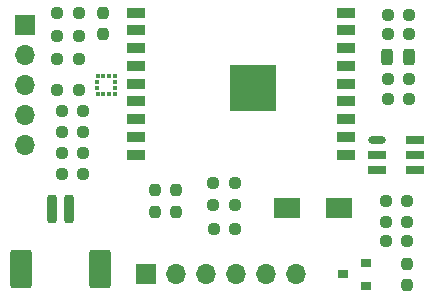
<source format=gbr>
%TF.GenerationSoftware,KiCad,Pcbnew,(6.0.4-0)*%
%TF.CreationDate,2022-04-22T16:48:50+08:00*%
%TF.ProjectId,esp32c3,65737033-3263-4332-9e6b-696361645f70,rev?*%
%TF.SameCoordinates,Original*%
%TF.FileFunction,Soldermask,Top*%
%TF.FilePolarity,Negative*%
%FSLAX46Y46*%
G04 Gerber Fmt 4.6, Leading zero omitted, Abs format (unit mm)*
G04 Created by KiCad (PCBNEW (6.0.4-0)) date 2022-04-22 16:48:50*
%MOMM*%
%LPD*%
G01*
G04 APERTURE LIST*
G04 Aperture macros list*
%AMRoundRect*
0 Rectangle with rounded corners*
0 $1 Rounding radius*
0 $2 $3 $4 $5 $6 $7 $8 $9 X,Y pos of 4 corners*
0 Add a 4 corners polygon primitive as box body*
4,1,4,$2,$3,$4,$5,$6,$7,$8,$9,$2,$3,0*
0 Add four circle primitives for the rounded corners*
1,1,$1+$1,$2,$3*
1,1,$1+$1,$4,$5*
1,1,$1+$1,$6,$7*
1,1,$1+$1,$8,$9*
0 Add four rect primitives between the rounded corners*
20,1,$1+$1,$2,$3,$4,$5,0*
20,1,$1+$1,$4,$5,$6,$7,0*
20,1,$1+$1,$6,$7,$8,$9,0*
20,1,$1+$1,$8,$9,$2,$3,0*%
G04 Aperture macros list end*
%ADD10RoundRect,0.237500X0.250000X0.237500X-0.250000X0.237500X-0.250000X-0.237500X0.250000X-0.237500X0*%
%ADD11R,0.900000X0.800000*%
%ADD12RoundRect,0.237500X-0.250000X-0.237500X0.250000X-0.237500X0.250000X0.237500X-0.250000X0.237500X0*%
%ADD13RoundRect,0.237500X0.237500X-0.250000X0.237500X0.250000X-0.237500X0.250000X-0.237500X-0.250000X0*%
%ADD14RoundRect,0.243750X-0.243750X-0.456250X0.243750X-0.456250X0.243750X0.456250X-0.243750X0.456250X0*%
%ADD15R,1.485000X0.900000*%
%ADD16R,4.000000X4.000000*%
%ADD17R,0.350000X0.375000*%
%ADD18R,0.375000X0.350000*%
%ADD19RoundRect,0.237500X-0.237500X0.250000X-0.237500X-0.250000X0.237500X-0.250000X0.237500X0.250000X0*%
%ADD20R,1.700000X1.700000*%
%ADD21O,1.700000X1.700000*%
%ADD22RoundRect,0.200000X0.200000X1.000000X-0.200000X1.000000X-0.200000X-1.000000X0.200000X-1.000000X0*%
%ADD23RoundRect,0.250000X0.650000X1.400000X-0.650000X1.400000X-0.650000X-1.400000X0.650000X-1.400000X0*%
%ADD24O,1.500000X0.650000*%
%ADD25R,1.500000X0.650000*%
%ADD26R,2.200000X1.700000*%
G04 APERTURE END LIST*
D10*
%TO.C,R4*%
X76604500Y-90424000D03*
X74779500Y-90424000D03*
%TD*%
D11*
%TO.C,U4*%
X73136000Y-94168000D03*
X73136000Y-92268000D03*
X71136000Y-93218000D03*
%TD*%
D12*
%TO.C,R2*%
X74929990Y-72898000D03*
X76754990Y-72898000D03*
%TD*%
D10*
%TO.C,R12*%
X49172500Y-84709000D03*
X47347500Y-84709000D03*
%TD*%
%TO.C,C5*%
X48791500Y-73025000D03*
X46966500Y-73025000D03*
%TD*%
D13*
%TO.C,R1*%
X55245000Y-87931000D03*
X55245000Y-86106000D03*
%TD*%
D12*
%TO.C,R8*%
X74929995Y-76708000D03*
X76754995Y-76708000D03*
%TD*%
D13*
%TO.C,C2*%
X50860000Y-72892500D03*
X50860000Y-71067500D03*
%TD*%
D12*
%TO.C,R7*%
X74929990Y-71247000D03*
X76754990Y-71247000D03*
%TD*%
D14*
%TO.C,D1*%
X74904990Y-74803000D03*
X76779990Y-74803000D03*
%TD*%
D12*
%TO.C,C4*%
X74779500Y-86995000D03*
X76604500Y-86995000D03*
%TD*%
D10*
%TO.C,C1*%
X48791500Y-71069987D03*
X46966500Y-71069987D03*
%TD*%
%TO.C,R11*%
X49172500Y-81153000D03*
X47347500Y-81153000D03*
%TD*%
%TO.C,R3*%
X76604500Y-88773000D03*
X74779500Y-88773000D03*
%TD*%
D12*
%TO.C,R5*%
X60174500Y-87376000D03*
X61999500Y-87376000D03*
%TD*%
D15*
%TO.C,U1*%
X53607500Y-71070000D03*
X53607500Y-72570000D03*
X53607500Y-74070000D03*
X53607500Y-75570000D03*
X53607500Y-77070000D03*
X53607500Y-78570000D03*
X53607500Y-80070000D03*
X53607500Y-81570000D03*
X53607500Y-83070000D03*
X71392500Y-83070000D03*
X71392500Y-81570000D03*
X71392500Y-80070000D03*
X71392500Y-78570000D03*
X71392500Y-77070000D03*
X71392500Y-75570000D03*
X71392500Y-74070000D03*
X71392500Y-72570000D03*
X71392500Y-71070000D03*
D16*
X63500000Y-77470000D03*
%TD*%
D17*
%TO.C,U3*%
X50379997Y-77919496D03*
X50879997Y-77919496D03*
X51379997Y-77919496D03*
X51879997Y-77919496D03*
D18*
X51892497Y-77406996D03*
X51892497Y-76906996D03*
D17*
X51879997Y-76394496D03*
X51379997Y-76394496D03*
X50879997Y-76394496D03*
X50379997Y-76394496D03*
D18*
X50367497Y-76906996D03*
X50367497Y-77406996D03*
%TD*%
D19*
%TO.C,C7*%
X76581000Y-92305500D03*
X76581000Y-94130500D03*
%TD*%
D10*
%TO.C,R10*%
X49172500Y-79375000D03*
X47347500Y-79375000D03*
%TD*%
%TO.C,C8*%
X48791500Y-74980800D03*
X46966500Y-74980800D03*
%TD*%
D12*
%TO.C,R9*%
X74929995Y-78359000D03*
X76754995Y-78359000D03*
%TD*%
D10*
%TO.C,C6*%
X62023000Y-89408000D03*
X60198000Y-89408000D03*
%TD*%
D20*
%TO.C,J3*%
X44221000Y-72136000D03*
D21*
X44221000Y-74676000D03*
X44221000Y-77216000D03*
X44221000Y-79756000D03*
X44221000Y-82296000D03*
%TD*%
D19*
%TO.C,C3*%
X57023000Y-86106000D03*
X57023000Y-87931000D03*
%TD*%
D10*
%TO.C,R6*%
X61999500Y-85471000D03*
X60174500Y-85471000D03*
%TD*%
D20*
%TO.C,J2*%
X54508000Y-93193000D03*
D21*
X57048000Y-93193000D03*
X59588000Y-93193000D03*
X62128000Y-93193000D03*
X64668000Y-93193000D03*
X67208000Y-93193000D03*
%TD*%
D10*
%TO.C,C9*%
X48791500Y-77571600D03*
X46966500Y-77571600D03*
%TD*%
D22*
%TO.C,J1*%
X47994000Y-87674000D03*
X46494000Y-87674000D03*
D23*
X50594000Y-92724000D03*
X43894000Y-92724000D03*
%TD*%
D10*
%TO.C,R13*%
X49172500Y-82931000D03*
X47347500Y-82931000D03*
%TD*%
D24*
%TO.C,U2*%
X74016000Y-81848000D03*
D25*
X74016000Y-83118000D03*
X74016000Y-84388000D03*
X77216000Y-84388000D03*
X77216000Y-83118000D03*
X77216000Y-81848000D03*
%TD*%
D26*
%TO.C,SW1*%
X66405400Y-87604600D03*
X70805400Y-87604600D03*
%TD*%
M02*

</source>
